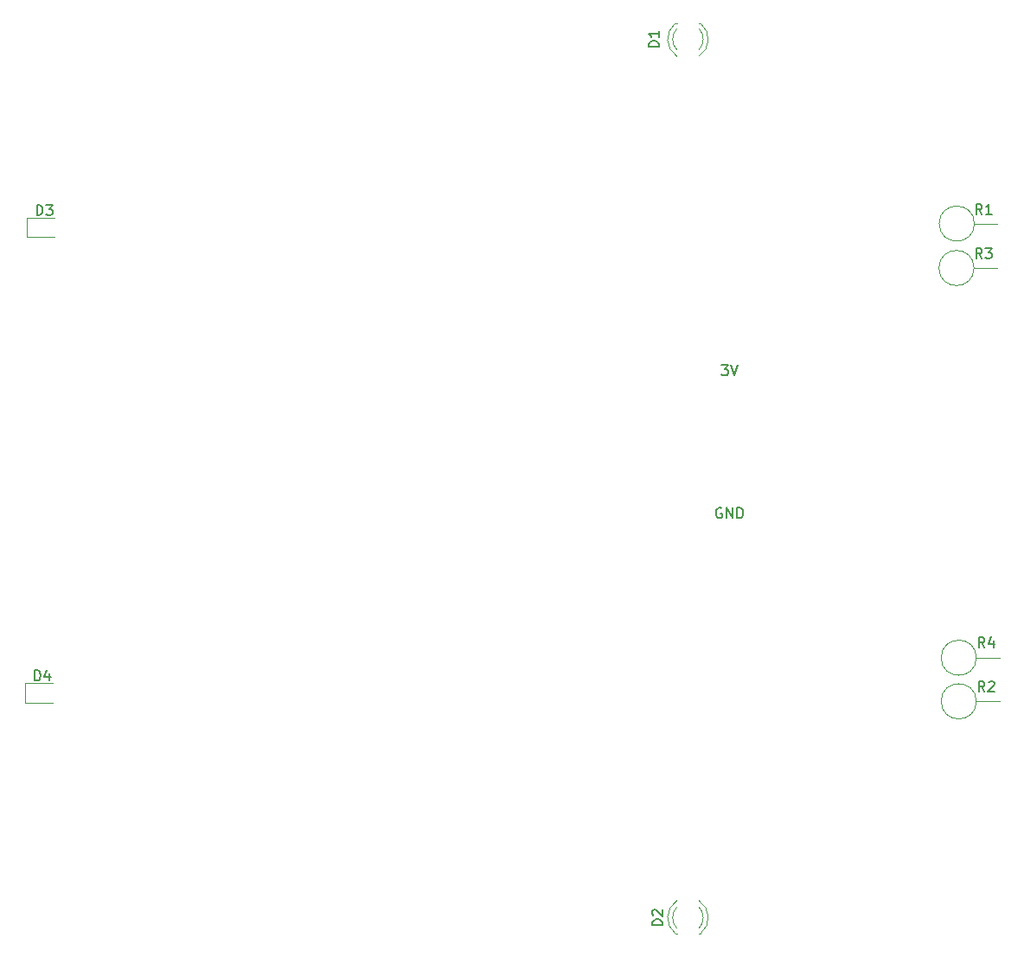
<source format=gto>
%TF.GenerationSoftware,KiCad,Pcbnew,7.0.10*%
%TF.CreationDate,2024-11-15T17:15:35-05:00*%
%TF.ProjectId,plane,706c616e-652e-46b6-9963-61645f706362,rev?*%
%TF.SameCoordinates,Original*%
%TF.FileFunction,Legend,Top*%
%TF.FilePolarity,Positive*%
%FSLAX46Y46*%
G04 Gerber Fmt 4.6, Leading zero omitted, Abs format (unit mm)*
G04 Created by KiCad (PCBNEW 7.0.10) date 2024-11-15 17:15:35*
%MOMM*%
%LPD*%
G01*
G04 APERTURE LIST*
%ADD10C,0.150000*%
%ADD11C,0.120000*%
G04 APERTURE END LIST*
D10*
X98298095Y-127042438D02*
X98202857Y-126994819D01*
X98202857Y-126994819D02*
X98060000Y-126994819D01*
X98060000Y-126994819D02*
X97917143Y-127042438D01*
X97917143Y-127042438D02*
X97821905Y-127137676D01*
X97821905Y-127137676D02*
X97774286Y-127232914D01*
X97774286Y-127232914D02*
X97726667Y-127423390D01*
X97726667Y-127423390D02*
X97726667Y-127566247D01*
X97726667Y-127566247D02*
X97774286Y-127756723D01*
X97774286Y-127756723D02*
X97821905Y-127851961D01*
X97821905Y-127851961D02*
X97917143Y-127947200D01*
X97917143Y-127947200D02*
X98060000Y-127994819D01*
X98060000Y-127994819D02*
X98155238Y-127994819D01*
X98155238Y-127994819D02*
X98298095Y-127947200D01*
X98298095Y-127947200D02*
X98345714Y-127899580D01*
X98345714Y-127899580D02*
X98345714Y-127566247D01*
X98345714Y-127566247D02*
X98155238Y-127566247D01*
X98774286Y-127994819D02*
X98774286Y-126994819D01*
X98774286Y-126994819D02*
X99345714Y-127994819D01*
X99345714Y-127994819D02*
X99345714Y-126994819D01*
X99821905Y-127994819D02*
X99821905Y-126994819D01*
X99821905Y-126994819D02*
X100060000Y-126994819D01*
X100060000Y-126994819D02*
X100202857Y-127042438D01*
X100202857Y-127042438D02*
X100298095Y-127137676D01*
X100298095Y-127137676D02*
X100345714Y-127232914D01*
X100345714Y-127232914D02*
X100393333Y-127423390D01*
X100393333Y-127423390D02*
X100393333Y-127566247D01*
X100393333Y-127566247D02*
X100345714Y-127756723D01*
X100345714Y-127756723D02*
X100298095Y-127851961D01*
X100298095Y-127851961D02*
X100202857Y-127947200D01*
X100202857Y-127947200D02*
X100060000Y-127994819D01*
X100060000Y-127994819D02*
X99821905Y-127994819D01*
X98298095Y-113024819D02*
X98917142Y-113024819D01*
X98917142Y-113024819D02*
X98583809Y-113405771D01*
X98583809Y-113405771D02*
X98726666Y-113405771D01*
X98726666Y-113405771D02*
X98821904Y-113453390D01*
X98821904Y-113453390D02*
X98869523Y-113501009D01*
X98869523Y-113501009D02*
X98917142Y-113596247D01*
X98917142Y-113596247D02*
X98917142Y-113834342D01*
X98917142Y-113834342D02*
X98869523Y-113929580D01*
X98869523Y-113929580D02*
X98821904Y-113977200D01*
X98821904Y-113977200D02*
X98726666Y-114024819D01*
X98726666Y-114024819D02*
X98440952Y-114024819D01*
X98440952Y-114024819D02*
X98345714Y-113977200D01*
X98345714Y-113977200D02*
X98298095Y-113929580D01*
X99202857Y-113024819D02*
X99536190Y-114024819D01*
X99536190Y-114024819D02*
X99869523Y-113024819D01*
X31045348Y-143916427D02*
X31045348Y-142916427D01*
X31045348Y-142916427D02*
X31283443Y-142916427D01*
X31283443Y-142916427D02*
X31426300Y-142964046D01*
X31426300Y-142964046D02*
X31521538Y-143059284D01*
X31521538Y-143059284D02*
X31569157Y-143154522D01*
X31569157Y-143154522D02*
X31616776Y-143344998D01*
X31616776Y-143344998D02*
X31616776Y-143487855D01*
X31616776Y-143487855D02*
X31569157Y-143678331D01*
X31569157Y-143678331D02*
X31521538Y-143773569D01*
X31521538Y-143773569D02*
X31426300Y-143868808D01*
X31426300Y-143868808D02*
X31283443Y-143916427D01*
X31283443Y-143916427D02*
X31045348Y-143916427D01*
X32473919Y-143249760D02*
X32473919Y-143916427D01*
X32235824Y-142868808D02*
X31997729Y-143583093D01*
X31997729Y-143583093D02*
X32616776Y-143583093D01*
X31251286Y-98340727D02*
X31251286Y-97340727D01*
X31251286Y-97340727D02*
X31489381Y-97340727D01*
X31489381Y-97340727D02*
X31632238Y-97388346D01*
X31632238Y-97388346D02*
X31727476Y-97483584D01*
X31727476Y-97483584D02*
X31775095Y-97578822D01*
X31775095Y-97578822D02*
X31822714Y-97769298D01*
X31822714Y-97769298D02*
X31822714Y-97912155D01*
X31822714Y-97912155D02*
X31775095Y-98102631D01*
X31775095Y-98102631D02*
X31727476Y-98197869D01*
X31727476Y-98197869D02*
X31632238Y-98293108D01*
X31632238Y-98293108D02*
X31489381Y-98340727D01*
X31489381Y-98340727D02*
X31251286Y-98340727D01*
X32156048Y-97340727D02*
X32775095Y-97340727D01*
X32775095Y-97340727D02*
X32441762Y-97721679D01*
X32441762Y-97721679D02*
X32584619Y-97721679D01*
X32584619Y-97721679D02*
X32679857Y-97769298D01*
X32679857Y-97769298D02*
X32727476Y-97816917D01*
X32727476Y-97816917D02*
X32775095Y-97912155D01*
X32775095Y-97912155D02*
X32775095Y-98150250D01*
X32775095Y-98150250D02*
X32727476Y-98245488D01*
X32727476Y-98245488D02*
X32679857Y-98293108D01*
X32679857Y-98293108D02*
X32584619Y-98340727D01*
X32584619Y-98340727D02*
X32298905Y-98340727D01*
X32298905Y-98340727D02*
X32203667Y-98293108D01*
X32203667Y-98293108D02*
X32156048Y-98245488D01*
X123785333Y-102562819D02*
X123452000Y-102086628D01*
X123213905Y-102562819D02*
X123213905Y-101562819D01*
X123213905Y-101562819D02*
X123594857Y-101562819D01*
X123594857Y-101562819D02*
X123690095Y-101610438D01*
X123690095Y-101610438D02*
X123737714Y-101658057D01*
X123737714Y-101658057D02*
X123785333Y-101753295D01*
X123785333Y-101753295D02*
X123785333Y-101896152D01*
X123785333Y-101896152D02*
X123737714Y-101991390D01*
X123737714Y-101991390D02*
X123690095Y-102039009D01*
X123690095Y-102039009D02*
X123594857Y-102086628D01*
X123594857Y-102086628D02*
X123213905Y-102086628D01*
X124118667Y-101562819D02*
X124737714Y-101562819D01*
X124737714Y-101562819D02*
X124404381Y-101943771D01*
X124404381Y-101943771D02*
X124547238Y-101943771D01*
X124547238Y-101943771D02*
X124642476Y-101991390D01*
X124642476Y-101991390D02*
X124690095Y-102039009D01*
X124690095Y-102039009D02*
X124737714Y-102134247D01*
X124737714Y-102134247D02*
X124737714Y-102372342D01*
X124737714Y-102372342D02*
X124690095Y-102467580D01*
X124690095Y-102467580D02*
X124642476Y-102515200D01*
X124642476Y-102515200D02*
X124547238Y-102562819D01*
X124547238Y-102562819D02*
X124261524Y-102562819D01*
X124261524Y-102562819D02*
X124166286Y-102515200D01*
X124166286Y-102515200D02*
X124118667Y-102467580D01*
X92490819Y-167870094D02*
X91490819Y-167870094D01*
X91490819Y-167870094D02*
X91490819Y-167631999D01*
X91490819Y-167631999D02*
X91538438Y-167489142D01*
X91538438Y-167489142D02*
X91633676Y-167393904D01*
X91633676Y-167393904D02*
X91728914Y-167346285D01*
X91728914Y-167346285D02*
X91919390Y-167298666D01*
X91919390Y-167298666D02*
X92062247Y-167298666D01*
X92062247Y-167298666D02*
X92252723Y-167346285D01*
X92252723Y-167346285D02*
X92347961Y-167393904D01*
X92347961Y-167393904D02*
X92443200Y-167489142D01*
X92443200Y-167489142D02*
X92490819Y-167631999D01*
X92490819Y-167631999D02*
X92490819Y-167870094D01*
X91586057Y-166917713D02*
X91538438Y-166870094D01*
X91538438Y-166870094D02*
X91490819Y-166774856D01*
X91490819Y-166774856D02*
X91490819Y-166536761D01*
X91490819Y-166536761D02*
X91538438Y-166441523D01*
X91538438Y-166441523D02*
X91586057Y-166393904D01*
X91586057Y-166393904D02*
X91681295Y-166346285D01*
X91681295Y-166346285D02*
X91776533Y-166346285D01*
X91776533Y-166346285D02*
X91919390Y-166393904D01*
X91919390Y-166393904D02*
X92490819Y-166965332D01*
X92490819Y-166965332D02*
X92490819Y-166346285D01*
X124039333Y-144980819D02*
X123706000Y-144504628D01*
X123467905Y-144980819D02*
X123467905Y-143980819D01*
X123467905Y-143980819D02*
X123848857Y-143980819D01*
X123848857Y-143980819D02*
X123944095Y-144028438D01*
X123944095Y-144028438D02*
X123991714Y-144076057D01*
X123991714Y-144076057D02*
X124039333Y-144171295D01*
X124039333Y-144171295D02*
X124039333Y-144314152D01*
X124039333Y-144314152D02*
X123991714Y-144409390D01*
X123991714Y-144409390D02*
X123944095Y-144457009D01*
X123944095Y-144457009D02*
X123848857Y-144504628D01*
X123848857Y-144504628D02*
X123467905Y-144504628D01*
X124420286Y-144076057D02*
X124467905Y-144028438D01*
X124467905Y-144028438D02*
X124563143Y-143980819D01*
X124563143Y-143980819D02*
X124801238Y-143980819D01*
X124801238Y-143980819D02*
X124896476Y-144028438D01*
X124896476Y-144028438D02*
X124944095Y-144076057D01*
X124944095Y-144076057D02*
X124991714Y-144171295D01*
X124991714Y-144171295D02*
X124991714Y-144266533D01*
X124991714Y-144266533D02*
X124944095Y-144409390D01*
X124944095Y-144409390D02*
X124372667Y-144980819D01*
X124372667Y-144980819D02*
X124991714Y-144980819D01*
X123785333Y-98244819D02*
X123452000Y-97768628D01*
X123213905Y-98244819D02*
X123213905Y-97244819D01*
X123213905Y-97244819D02*
X123594857Y-97244819D01*
X123594857Y-97244819D02*
X123690095Y-97292438D01*
X123690095Y-97292438D02*
X123737714Y-97340057D01*
X123737714Y-97340057D02*
X123785333Y-97435295D01*
X123785333Y-97435295D02*
X123785333Y-97578152D01*
X123785333Y-97578152D02*
X123737714Y-97673390D01*
X123737714Y-97673390D02*
X123690095Y-97721009D01*
X123690095Y-97721009D02*
X123594857Y-97768628D01*
X123594857Y-97768628D02*
X123213905Y-97768628D01*
X124737714Y-98244819D02*
X124166286Y-98244819D01*
X124452000Y-98244819D02*
X124452000Y-97244819D01*
X124452000Y-97244819D02*
X124356762Y-97387676D01*
X124356762Y-97387676D02*
X124261524Y-97482914D01*
X124261524Y-97482914D02*
X124166286Y-97530533D01*
X92148819Y-81835989D02*
X91148819Y-81835989D01*
X91148819Y-81835989D02*
X91148819Y-81597894D01*
X91148819Y-81597894D02*
X91196438Y-81455037D01*
X91196438Y-81455037D02*
X91291676Y-81359799D01*
X91291676Y-81359799D02*
X91386914Y-81312180D01*
X91386914Y-81312180D02*
X91577390Y-81264561D01*
X91577390Y-81264561D02*
X91720247Y-81264561D01*
X91720247Y-81264561D02*
X91910723Y-81312180D01*
X91910723Y-81312180D02*
X92005961Y-81359799D01*
X92005961Y-81359799D02*
X92101200Y-81455037D01*
X92101200Y-81455037D02*
X92148819Y-81597894D01*
X92148819Y-81597894D02*
X92148819Y-81835989D01*
X92148819Y-80312180D02*
X92148819Y-80883608D01*
X92148819Y-80597894D02*
X91148819Y-80597894D01*
X91148819Y-80597894D02*
X91291676Y-80693132D01*
X91291676Y-80693132D02*
X91386914Y-80788370D01*
X91386914Y-80788370D02*
X91434533Y-80883608D01*
X124039333Y-140662819D02*
X123706000Y-140186628D01*
X123467905Y-140662819D02*
X123467905Y-139662819D01*
X123467905Y-139662819D02*
X123848857Y-139662819D01*
X123848857Y-139662819D02*
X123944095Y-139710438D01*
X123944095Y-139710438D02*
X123991714Y-139758057D01*
X123991714Y-139758057D02*
X124039333Y-139853295D01*
X124039333Y-139853295D02*
X124039333Y-139996152D01*
X124039333Y-139996152D02*
X123991714Y-140091390D01*
X123991714Y-140091390D02*
X123944095Y-140139009D01*
X123944095Y-140139009D02*
X123848857Y-140186628D01*
X123848857Y-140186628D02*
X123467905Y-140186628D01*
X124896476Y-139996152D02*
X124896476Y-140662819D01*
X124658381Y-139615200D02*
X124420286Y-140329485D01*
X124420286Y-140329485D02*
X125039333Y-140329485D01*
D11*
%TO.C,D4*%
X30098443Y-146071608D02*
X32783443Y-146071608D01*
X30098443Y-144151608D02*
X30098443Y-146071608D01*
X32783443Y-144151608D02*
X30098443Y-144151608D01*
%TO.C,D3*%
X30304381Y-100495908D02*
X32989381Y-100495908D01*
X30304381Y-98575908D02*
X30304381Y-100495908D01*
X32989381Y-98575908D02*
X30304381Y-98575908D01*
%TO.C,R3*%
X123005000Y-103505000D02*
X125265000Y-103505000D01*
X123005000Y-103505000D02*
G75*
G03*
X119565000Y-103505000I-1720000J0D01*
G01*
X119565000Y-103505000D02*
G75*
G03*
X123005000Y-103505000I1720000J0D01*
G01*
%TO.C,D2*%
X93760000Y-168692000D02*
X93916000Y-168692000D01*
X96076000Y-168692000D02*
X96232000Y-168692000D01*
X93917392Y-165459666D02*
G75*
G03*
X93760485Y-168691999I1078608J-1672334D01*
G01*
X93916164Y-166090871D02*
G75*
G03*
X93916001Y-168172960I1079836J-1041129D01*
G01*
X96075999Y-168172960D02*
G75*
G03*
X96075836Y-166090871I-1079999J1040960D01*
G01*
X96231515Y-168691999D02*
G75*
G03*
X96074608Y-165459666I-1235515J1559999D01*
G01*
%TO.C,R2*%
X123226638Y-145943629D02*
X125486638Y-145943629D01*
X123226638Y-145943629D02*
G75*
G03*
X119786638Y-145943629I-1720000J0D01*
G01*
X119786638Y-145943629D02*
G75*
G03*
X123226638Y-145943629I1720000J0D01*
G01*
%TO.C,R1*%
X123036161Y-99155088D02*
X125296161Y-99155088D01*
X123036161Y-99155088D02*
G75*
G03*
X119596161Y-99155088I-1720000J0D01*
G01*
X119596161Y-99155088D02*
G75*
G03*
X123036161Y-99155088I1720000J0D01*
G01*
%TO.C,D1*%
X93760485Y-79537896D02*
G75*
G03*
X93917392Y-82770229I1235515J-1559999D01*
G01*
X93916001Y-80056935D02*
G75*
G03*
X93916164Y-82139024I1079999J-1040960D01*
G01*
X96075836Y-82139024D02*
G75*
G03*
X96075999Y-80056935I-1079836J1041129D01*
G01*
X96074608Y-82770229D02*
G75*
G03*
X96231515Y-79537896I-1078608J1672334D01*
G01*
X93916000Y-79537895D02*
X93760000Y-79537895D01*
X96232000Y-79537895D02*
X96076000Y-79537895D01*
%TO.C,R4*%
X123226789Y-141673385D02*
X125486789Y-141673385D01*
X123226789Y-141673385D02*
G75*
G03*
X119786789Y-141673385I-1720000J0D01*
G01*
X119786789Y-141673385D02*
G75*
G03*
X123226789Y-141673385I1720000J0D01*
G01*
%TD*%
M02*

</source>
